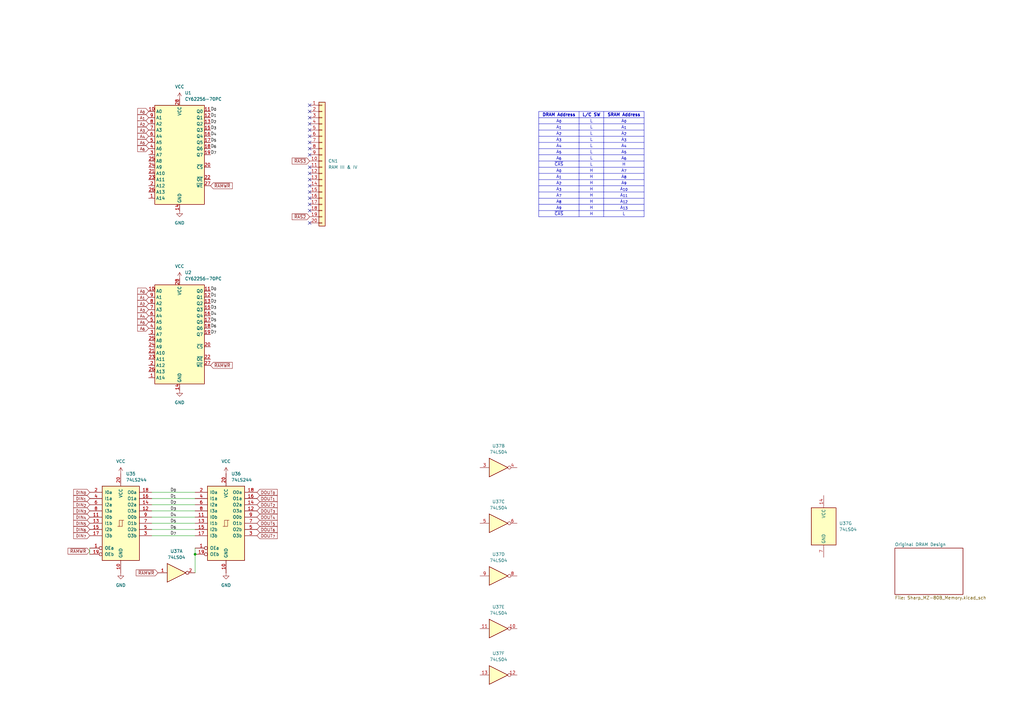
<source format=kicad_sch>
(kicad_sch (version 20250114) (generator "eeschema") (generator_version "9.0")
  (paper "A3")
  (lib_symbols
    (symbol "74xx:74LS04"
      (property "Reference" "U" (at 0 1.27 0))
      (property "Value" "74LS04" (at 0 -1.27 0))
      (symbol "74LS04_1_0"
        (polyline (pts (xy -3.81 3.81) (xy -3.81 -3.81) (xy 3.81 0) (xy -3.81 3.81)) (stroke (width 0.254)) (fill (type background)))
        (pin input line (at -7.62 0 0) (length 3.81) (name "~") (number "1"))
        (pin output inverted (at 7.62 0 180) (length 3.81) (name "~") (number "2"))
      )
      (symbol "74LS04_2_0"
        (polyline (pts (xy -3.81 3.81) (xy -3.81 -3.81) (xy 3.81 0) (xy -3.81 3.81)) (stroke (width 0.254)) (fill (type background)))
        (pin input line (at -7.62 0 0) (length 3.81) (name "~") (number "3"))
        (pin output inverted (at 7.62 0 180) (length 3.81) (name "~") (number "4"))
      )
      (symbol "74LS04_3_0"
        (polyline (pts (xy -3.81 3.81) (xy -3.81 -3.81) (xy 3.81 0) (xy -3.81 3.81)) (stroke (width 0.254)) (fill (type background)))
        (pin input line (at -7.62 0 0) (length 3.81) (name "~") (number "5"))
        (pin output inverted (at 7.62 0 180) (length 3.81) (name "~") (number "6"))
      )
      (symbol "74LS04_4_0"
        (polyline (pts (xy -3.81 3.81) (xy -3.81 -3.81) (xy 3.81 0) (xy -3.81 3.81)) (stroke (width 0.254)) (fill (type background)))
        (pin input line (at -7.62 0 0) (length 3.81) (name "~") (number "9"))
        (pin output inverted (at 7.62 0 180) (length 3.81) (name "~") (number "8"))
      )
      (symbol "74LS04_5_0"
        (polyline (pts (xy -3.81 3.81) (xy -3.81 -3.81) (xy 3.81 0) (xy -3.81 3.81)) (stroke (width 0.254)) (fill (type background)))
        (pin input line (at -7.62 0 0) (length 3.81) (name "~") (number "11"))
        (pin output inverted (at 7.62 0 180) (length 3.81) (name "~") (number "10"))
      )
      (symbol "74LS04_6_0"
        (polyline (pts (xy -3.81 3.81) (xy -3.81 -3.81) (xy 3.81 0) (xy -3.81 3.81)) (stroke (width 0.254)) (fill (type background)))
        (pin input line (at -7.62 0 0) (length 3.81) (name "~") (number "13"))
        (pin output inverted (at 7.62 0 180) (length 3.81) (name "~") (number "12"))
      )
      (symbol "74LS04_7_0"
        (pin power_in line (at 0 12.7 270) (length 5.08) (name "VCC") (number "14"))
        (pin power_in line (at 0 -12.7 90) (length 5.08) (name "GND") (number "7"))
      )
      (symbol "74LS04_7_1"
        (rectangle (start -5.08 7.62) (end 5.08 -7.62) (stroke (width 0.254)) (fill (type background)))
      )
    )
    (symbol "74xx:74LS244" (pin_names (offset 1.016))
      (property "Reference" "U" (at -7.62 16.51 0))
      (property "Value" "74LS244" (at -7.62 -16.51 0))
      (symbol "74LS244_1_0"
        (polyline (pts (xy -1.27 -1.27) (xy 0.635 -1.27) (xy 0.635 1.27) (xy 1.27 1.27)))
        (polyline (pts (xy -0.635 -1.27) (xy -0.635 1.27) (xy 0.635 1.27)))
        (pin input line (at -12.7 12.7 0) (length 5.08) (name "I0a") (number "2"))
        (pin input line (at -12.7 10.16 0) (length 5.08) (name "I1a") (number "4"))
        (pin input line (at -12.7 7.62 0) (length 5.08) (name "I2a") (number "6"))
        (pin input line (at -12.7 5.08 0) (length 5.08) (name "I3a") (number "8"))
        (pin input line (at -12.7 2.54 0) (length 5.08) (name "I0b") (number "11"))
        (pin input line (at -12.7 0 0) (length 5.08) (name "I1b") (number "13"))
        (pin input line (at -12.7 -2.54 0) (length 5.08) (name "I2b") (number "15"))
        (pin input line (at -12.7 -5.08 0) (length 5.08) (name "I3b") (number "17"))
        (pin input inverted (at -12.7 -10.16 0) (length 5.08) (name "OEa") (number "1"))
        (pin input inverted (at -12.7 -12.7 0) (length 5.08) (name "OEb") (number "19"))
        (pin power_in line (at 0 20.32 270) (length 5.08) (name "VCC") (number "20"))
        (pin power_in line (at 0 -20.32 90) (length 5.08) (name "GND") (number "10"))
        (pin tri_state line (at 12.7 12.7 180) (length 5.08) (name "O0a") (number "18"))
        (pin tri_state line (at 12.7 10.16 180) (length 5.08) (name "O1a") (number "16"))
        (pin tri_state line (at 12.7 7.62 180) (length 5.08) (name "O2a") (number "14"))
        (pin tri_state line (at 12.7 5.08 180) (length 5.08) (name "O3a") (number "12"))
        (pin tri_state line (at 12.7 2.54 180) (length 5.08) (name "O0b") (number "9"))
        (pin tri_state line (at 12.7 0 180) (length 5.08) (name "O1b") (number "7"))
        (pin tri_state line (at 12.7 -2.54 180) (length 5.08) (name "O2b") (number "5"))
        (pin tri_state line (at 12.7 -5.08 180) (length 5.08) (name "O3b") (number "3"))
      )
      (symbol "74LS244_1_1"
        (rectangle (start -7.62 15.24) (end 7.62 -15.24) (stroke (width 0.254)) (fill (type background)))
      )
    )
    (symbol "Connector_Generic:Conn_01x20" (pin_names (offset 1.016) (hide yes))
      (property "Reference" "J" (at 0 25.4 0))
      (property "Value" "Conn_01x20" (at 0 -27.94 0))
      (symbol "Conn_01x20_1_1"
        (rectangle (start -1.27 24.13) (end 1.27 -26.67) (stroke (width 0.254)) (fill (type background)))
        (rectangle (start -1.27 22.987) (end 0 22.733) (stroke (width 0.1524)))
        (rectangle (start -1.27 20.447) (end 0 20.193) (stroke (width 0.1524)))
        (rectangle (start -1.27 17.907) (end 0 17.653) (stroke (width 0.1524)))
        (rectangle (start -1.27 15.367) (end 0 15.113) (stroke (width 0.1524)))
        (rectangle (start -1.27 12.827) (end 0 12.573) (stroke (width 0.1524)))
        (rectangle (start -1.27 10.287) (end 0 10.033) (stroke (width 0.1524)))
        (rectangle (start -1.27 7.747) (end 0 7.493) (stroke (width 0.1524)))
        (rectangle (start -1.27 5.207) (end 0 4.953) (stroke (width 0.1524)))
        (rectangle (start -1.27 2.667) (end 0 2.413) (stroke (width 0.1524)))
        (rectangle (start -1.27 0.127) (end 0 -0.127) (stroke (width 0.1524)))
        (rectangle (start -1.27 -2.413) (end 0 -2.667) (stroke (width 0.1524)))
        (rectangle (start -1.27 -4.953) (end 0 -5.207) (stroke (width 0.1524)))
        (rectangle (start -1.27 -7.493) (end 0 -7.747) (stroke (width 0.1524)))
        (rectangle (start -1.27 -10.033) (end 0 -10.287) (stroke (width 0.1524)))
        (rectangle (start -1.27 -12.573) (end 0 -12.827) (stroke (width 0.1524)))
        (rectangle (start -1.27 -15.113) (end 0 -15.367) (stroke (width 0.1524)))
        (rectangle (start -1.27 -17.653) (end 0 -17.907) (stroke (width 0.1524)))
        (rectangle (start -1.27 -20.193) (end 0 -20.447) (stroke (width 0.1524)))
        (rectangle (start -1.27 -22.733) (end 0 -22.987) (stroke (width 0.1524)))
        (rectangle (start -1.27 -25.273) (end 0 -25.527) (stroke (width 0.1524)))
        (pin passive line (at -5.08 22.86 0) (length 3.81) (name "Pin_1") (number "1"))
        (pin passive line (at -5.08 20.32 0) (length 3.81) (name "Pin_2") (number "2"))
        (pin passive line (at -5.08 17.78 0) (length 3.81) (name "Pin_3") (number "3"))
        (pin passive line (at -5.08 15.24 0) (length 3.81) (name "Pin_4") (number "4"))
        (pin passive line (at -5.08 12.7 0) (length 3.81) (name "Pin_5") (number "5"))
        (pin passive line (at -5.08 10.16 0) (length 3.81) (name "Pin_6") (number "6"))
        (pin passive line (at -5.08 7.62 0) (length 3.81) (name "Pin_7") (number "7"))
        (pin passive line (at -5.08 5.08 0) (length 3.81) (name "Pin_8") (number "8"))
        (pin passive line (at -5.08 2.54 0) (length 3.81) (name "Pin_9") (number "9"))
        (pin passive line (at -5.08 0 0) (length 3.81) (name "Pin_10") (number "10"))
        (pin passive line (at -5.08 -2.54 0) (length 3.81) (name "Pin_11") (number "11"))
        (pin passive line (at -5.08 -5.08 0) (length 3.81) (name "Pin_12") (number "12"))
        (pin passive line (at -5.08 -7.62 0) (length 3.81) (name "Pin_13") (number "13"))
        (pin passive line (at -5.08 -10.16 0) (length 3.81) (name "Pin_14") (number "14"))
        (pin passive line (at -5.08 -12.7 0) (length 3.81) (name "Pin_15") (number "15"))
        (pin passive line (at -5.08 -15.24 0) (length 3.81) (name "Pin_16") (number "16"))
        (pin passive line (at -5.08 -17.78 0) (length 3.81) (name "Pin_17") (number "17"))
        (pin passive line (at -5.08 -20.32 0) (length 3.81) (name "Pin_18") (number "18"))
        (pin passive line (at -5.08 -22.86 0) (length 3.81) (name "Pin_19") (number "19"))
        (pin passive line (at -5.08 -25.4 0) (length 3.81) (name "Pin_20") (number "20"))
      )
    )
    (symbol "Memory_RAM:CY62256-70PC"
      (property "Reference" "U" (at -10.16 20.955 0))
      (property "Value" "CY62256-70PC" (at 2.54 20.955 0))
      (symbol "CY62256-70PC_0_0"
        (pin power_in line (at 0 22.86 270) (length 2.54) (name "VCC") (number "28"))
        (pin power_in line (at 0 -22.86 90) (length 2.54) (name "GND") (number "14"))
      )
      (symbol "CY62256-70PC_0_1"
        (rectangle (start -10.16 20.32) (end 10.16 -20.32) (stroke (width 0.254)) (fill (type background)))
      )
      (symbol "CY62256-70PC_1_1"
        (pin input line (at -12.7 17.78 0) (length 2.54) (name "A0") (number "10"))
        (pin input line (at -12.7 15.24 0) (length 2.54) (name "A1") (number "9"))
        (pin input line (at -12.7 12.7 0) (length 2.54) (name "A2") (number "8"))
        (pin input line (at -12.7 10.16 0) (length 2.54) (name "A3") (number "7"))
        (pin input line (at -12.7 7.62 0) (length 2.54) (name "A4") (number "6"))
        (pin input line (at -12.7 5.08 0) (length 2.54) (name "A5") (number "5"))
        (pin input line (at -12.7 2.54 0) (length 2.54) (name "A6") (number "4"))
        (pin input line (at -12.7 0 0) (length 2.54) (name "A7") (number "3"))
        (pin input line (at -12.7 -2.54 0) (length 2.54) (name "A8") (number "25"))
        (pin input line (at -12.7 -5.08 0) (length 2.54) (name "A9") (number "24"))
        (pin input line (at -12.7 -7.62 0) (length 2.54) (name "A10") (number "21"))
        (pin input line (at -12.7 -10.16 0) (length 2.54) (name "A11") (number "23"))
        (pin input line (at -12.7 -12.7 0) (length 2.54) (name "A12") (number "2"))
        (pin input line (at -12.7 -15.24 0) (length 2.54) (name "A13") (number "26"))
        (pin input line (at -12.7 -17.78 0) (length 2.54) (name "A14") (number "1"))
        (pin tri_state line (at 12.7 17.78 180) (length 2.54) (name "Q0") (number "11"))
        (pin tri_state line (at 12.7 15.24 180) (length 2.54) (name "Q1") (number "12"))
        (pin tri_state line (at 12.7 12.7 180) (length 2.54) (name "Q2") (number "13"))
        (pin tri_state line (at 12.7 10.16 180) (length 2.54) (name "Q3") (number "15"))
        (pin tri_state line (at 12.7 7.62 180) (length 2.54) (name "Q4") (number "16"))
        (pin tri_state line (at 12.7 5.08 180) (length 2.54) (name "Q5") (number "17"))
        (pin tri_state line (at 12.7 2.54 180) (length 2.54) (name "Q6") (number "18"))
        (pin tri_state line (at 12.7 0 180) (length 2.54) (name "Q7") (number "19"))
        (pin input line (at 12.7 -5.08 180) (length 2.54) (name "~{CS}") (number "20"))
        (pin input line (at 12.7 -10.16 180) (length 2.54) (name "~{OE}") (number "22"))
        (pin input line (at 12.7 -12.7 180) (length 2.54) (name "~{WE}") (number "27"))
      )
    )
    (symbol "power:GND" (power) (pin_numbers (hide yes)) (pin_names (offset 0) (hide yes))
      (property "Value" "GND" (at 0 -3.81 0))
      (symbol "GND_0_1"
        (polyline (pts (xy 0 0) (xy 0 -1.27) (xy 1.27 -1.27) (xy 0 -2.54) (xy -1.27 -1.27) (xy 0 -1.27)))
      )
      (symbol "GND_1_1"
        (pin power_in line (at 0 0 270) (length 0) (name "~") (number "1"))
      )
    )
    (symbol "power:VCC" (power) (pin_numbers (hide yes)) (pin_names (offset 0) (hide yes))
      (property "Value" "VCC" (at 0 3.556 0))
      (symbol "VCC_0_1"
        (polyline (pts (xy -0.762 1.27) (xy 0 2.54)))
        (polyline (pts (xy 0 2.54) (xy 0.762 1.27)))
        (polyline (pts (xy 0 0) (xy 0 2.54)))
      )
      (symbol "VCC_1_1"
        (pin power_in line (at 0 0 90) (length 0) (name "~") (number "1"))
      )
    )
  )
  (junction (at 80.01 227.33))
  (no_connect (at 127 43.18))
  (no_connect (at 127 76.2))
  (no_connect (at 127 45.72))
  (no_connect (at 127 60.96))
  (no_connect (at 127 91.44))
  (no_connect (at 127 83.82))
  (no_connect (at 127 50.8))
  (no_connect (at 127 63.5))
  (no_connect (at 127 55.88))
  (no_connect (at 127 73.66))
  (no_connect (at 127 78.74))
  (no_connect (at 127 81.28))
  (no_connect (at 127 48.26))
  (no_connect (at 127 86.36))
  (no_connect (at 127 53.34))
  (no_connect (at 127 71.12))
  (no_connect (at 127 68.58))
  (no_connect (at 127 58.42))
  (wire (pts (xy 80.01 207.01) (xy 62.23 207.01)))
  (wire (pts (xy 80.01 224.79) (xy 80.01 227.33)))
  (wire (pts (xy 80.01 212.09) (xy 62.23 212.09)))
  (wire (pts (xy 80.01 209.55) (xy 62.23 209.55)))
  (wire (pts (xy 80.01 217.17) (xy 62.23 217.17)))
  (wire (pts (xy 80.01 201.93) (xy 62.23 201.93)))
  (wire (pts (xy 80.01 219.71) (xy 62.23 219.71)))
  (wire (pts (xy 80.01 214.63) (xy 62.23 214.63)))
  (wire (pts (xy 36.83 224.79) (xy 36.83 227.33)))
  (wire (pts (xy 80.01 204.47) (xy 62.23 204.47)))
  (wire (pts (xy 80.01 227.33) (xy 80.01 234.95)))
  (table (column_count 3) (border (external yes) (header yes)) (separators (rows yes) (cols yes)) (column_widths 16.51 10.16 16.51) (row_heights 2.54 2.54 2.54 2.54 2.54 2.54 2.54 2.54 2.54 2.54 2.54 2.54 2.54 2.54 2.54 2.54 2.54) (cells (table_cell "DRAM Address" (at 220.98 45.72 0) (size 16.51 2.54) (margins 0.9525 0.9525 0.9525 0.9525) (span 1 1)) (table_cell "L/C SW" (at 237.49 45.72 0) (size 10.16 2.54) (margins 0.9525 0.9525 0.9525 0.9525) (span 1 1)) (table_cell "SRAM Address" (at 247.65 45.72 0) (size 16.51 2.54) (margins 0.9525 0.9525 0.9525 0.9525) (span 1 1)) (table_cell "A_{0}" (at 220.98 48.26 0) (size 16.51 2.54) (margins 0.9525 0.9525 0.9525 0.9525) (span 1 1)) (table_cell "L" (at 237.49 48.26 0) (size 10.16 2.54) (margins 0.9525 0.9525 0.9525 0.9525) (span 1 1)) (table_cell "A_{0}" (at 247.65 48.26 0) (size 16.51 2.54) (margins 0.9525 0.9525 0.9525 0.9525) (span 1 1)) (table_cell "A_{1}" (at 220.98 50.8 0) (size 16.51 2.54) (margins 0.9525 0.9525 0.9525 0.9525) (span 1 1)) (table_cell "L" (at 237.49 50.8 0) (size 10.16 2.54) (margins 0.9525 0.9525 0.9525 0.9525) (span 1 1)) (table_cell "A_{1}" (at 247.65 50.8 0) (size 16.51 2.54) (margins 0.9525 0.9525 0.9525 0.9525) (span 1 1)) (table_cell "A_{2}" (at 220.98 53.34 0) (size 16.51 2.54) (margins 0.9525 0.9525 0.9525 0.9525) (span 1 1)) (table_cell "L" (at 237.49 53.34 0) (size 10.16 2.54) (margins 0.9525 0.9525 0.9525 0.9525) (span 1 1)) (table_cell "A_{2}" (at 247.65 53.34 0) (size 16.51 2.54) (margins 0.9525 0.9525 0.9525 0.9525) (span 1 1)) (table_cell "A_{3}" (at 220.98 55.88 0) (size 16.51 2.54) (margins 0.9525 0.9525 0.9525 0.9525) (span 1 1)) (table_cell "L" (at 237.49 55.88 0) (size 10.16 2.54) (margins 0.9525 0.9525 0.9525 0.9525) (span 1 1)) (table_cell "A_{3}" (at 247.65 55.88 0) (size 16.51 2.54) (margins 0.9525 0.9525 0.9525 0.9525) (span 1 1)) (table_cell "A_{4}" (at 220.98 58.42 0) (size 16.51 2.54) (margins 0.9525 0.9525 0.9525 0.9525) (span 1 1)) (table_cell "L" (at 237.49 58.42 0) (size 10.16 2.54) (margins 0.9525 0.9525 0.9525 0.9525) (span 1 1)) (table_cell "A_{4}" (at 247.65 58.42 0) (size 16.51 2.54) (margins 0.9525 0.9525 0.9525 0.9525) (span 1 1)) (table_cell "A_{5}" (at 220.98 60.96 0) (size 16.51 2.54) (margins 0.9525 0.9525 0.9525 0.9525) (span 1 1)) (table_cell "L" (at 237.49 60.96 0) (size 10.16 2.54) (margins 0.9525 0.9525 0.9525 0.9525) (span 1 1)) (table_cell "A_{5}" (at 247.65 60.96 0) (size 16.51 2.54) (margins 0.9525 0.9525 0.9525 0.9525) (span 1 1)) (table_cell "A_{6}" (at 220.98 63.5 0) (size 16.51 2.54) (margins 0.9525 0.9525 0.9525 0.9525) (span 1 1)) (table_cell "L" (at 237.49 63.5 0) (size 10.16 2.54) (margins 0.9525 0.9525 0.9525 0.9525) (span 1 1)) (table_cell "A_{6}" (at 247.65 63.5 0) (size 16.51 2.54) (margins 0.9525 0.9525 0.9525 0.9525) (span 1 1)) (table_cell "~{CAS}" (at 220.98 66.04 0) (size 16.51 2.54) (margins 0.9525 0.9525 0.9525 0.9525) (span 1 1)) (table_cell "L" (at 237.49 66.04 0) (size 10.16 2.54) (margins 0.9525 0.9525 0.9525 0.9525) (span 1 1)) (table_cell "H" (at 247.65 66.04 0) (size 16.51 2.54) (margins 0.9525 0.9525 0.9525 0.9525) (span 1 1)) (table_cell "A_{0}" (at 220.98 68.58 0) (size 16.51 2.54) (margins 0.9525 0.9525 0.9525 0.9525) (span 1 1)) (table_cell "H" (at 237.49 68.58 0) (size 10.16 2.54) (margins 0.9525 0.9525 0.9525 0.9525) (span 1 1)) (table_cell "A_{7}" (at 247.65 68.58 0) (size 16.51 2.54) (margins 0.9525 0.9525 0.9525 0.9525) (span 1 1)) (table_cell "A_{1}" (at 220.98 71.12 0) (size 16.51 2.54) (margins 0.9525 0.9525 0.9525 0.9525) (span 1 1)) (table_cell "H" (at 237.49 71.12 0) (size 10.16 2.54) (margins 0.9525 0.9525 0.9525 0.9525) (span 1 1)) (table_cell "A_{8}" (at 247.65 71.12 0) (size 16.51 2.54) (margins 0.9525 0.9525 0.9525 0.9525) (span 1 1)) (table_cell "A_{2}" (at 220.98 73.66 0) (size 16.51 2.54) (margins 0.9525 0.9525 0.9525 0.9525) (span 1 1)) (table_cell "H" (at 237.49 73.66 0) (size 10.16 2.54) (margins 0.9525 0.9525 0.9525 0.9525) (span 1 1)) (table_cell "A_{9}" (at 247.65 73.66 0) (size 16.51 2.54) (margins 0.9525 0.9525 0.9525 0.9525) (span 1 1)) (table_cell "A_{3}" (at 220.98 76.2 0) (size 16.51 2.54) (margins 0.9525 0.9525 0.9525 0.9525) (span 1 1)) (table_cell "H" (at 237.49 76.2 0) (size 10.16 2.54) (margins 0.9525 0.9525 0.9525 0.9525) (span 1 1)) (table_cell "A_{10}" (at 247.65 76.2 0) (size 16.51 2.54) (margins 0.9525 0.9525 0.9525 0.9525) (span 1 1)) (table_cell "A_{7}" (at 220.98 78.74 0) (size 16.51 2.54) (margins 0.9525 0.9525 0.9525 0.9525) (span 1 1)) (table_cell "H" (at 237.49 78.74 0) (size 10.16 2.54) (margins 0.9525 0.9525 0.9525 0.9525) (span 1 1)) (table_cell "A_{11}" (at 247.65 78.74 0) (size 16.51 2.54) (margins 0.9525 0.9525 0.9525 0.9525) (span 1 1)) (table_cell "A_{8}" (at 220.98 81.28 0) (size 16.51 2.54) (margins 0.9525 0.9525 0.9525 0.9525) (span 1 1)) (table_cell "H" (at 237.49 81.28 0) (size 10.16 2.54) (margins 0.9525 0.9525 0.9525 0.9525) (span 1 1)) (table_cell "A_{12}" (at 247.65 81.28 0) (size 16.51 2.54) (margins 0.9525 0.9525 0.9525 0.9525) (span 1 1)) (table_cell "A_{9}" (at 220.98 83.82 0) (size 16.51 2.54) (margins 0.9525 0.9525 0.9525 0.9525) (span 1 1)) (table_cell "H" (at 237.49 83.82 0) (size 10.16 2.54) (margins 0.9525 0.9525 0.9525 0.9525) (span 1 1)) (table_cell "A_{13}" (at 247.65 83.82 0) (size 16.51 2.54) (margins 0.9525 0.9525 0.9525 0.9525) (span 1 1)) (table_cell "~{CAS}" (at 220.98 86.36 0) (size 16.51 2.54) (margins 0.9525 0.9525 0.9525 0.9525) (span 1 1)) (table_cell "H" (at 237.49 86.36 0) (size 10.16 2.54) (margins 0.9525 0.9525 0.9525 0.9525) (span 1 1)) (table_cell "L" (at 247.65 86.36 0) (size 16.51 2.54) (margins 0.9525 0.9525 0.9525 0.9525) (span 1 1))))
  (label "D_{0}" (at 69.85 201.93 0))
  (label "D_{4}" (at 86.36 55.88 0))
  (label "D_{1}" (at 86.36 121.92 0))
  (label "D_{3}" (at 69.85 209.55 0))
  (label "D_{5}" (at 86.36 58.42 0))
  (label "D_{2}" (at 69.85 207.01 0))
  (label "D_{1}" (at 69.85 204.47 0))
  (label "D_{0}" (at 86.36 45.72 0))
  (label "D_{6}" (at 86.36 60.96 0))
  (label "D_{3}" (at 86.36 53.34 0))
  (label "D_{2}" (at 86.36 50.8 0))
  (label "D_{0}" (at 86.36 119.38 0))
  (label "D_{7}" (at 69.85 219.71 0))
  (label "D_{7}" (at 86.36 63.5 0))
  (label "D_{4}" (at 69.85 212.09 0))
  (label "D_{6}" (at 69.85 217.17 0))
  (label "D_{1}" (at 86.36 48.26 0))
  (label "D_{5}" (at 86.36 132.08 0))
  (label "D_{7}" (at 86.36 137.16 0))
  (label "D_{2}" (at 86.36 124.46 0))
  (label "D_{5}" (at 69.85 214.63 0))
  (label "D_{3}" (at 86.36 127 0))
  (label "D_{6}" (at 86.36 134.62 0))
  (label "D_{4}" (at 86.36 129.54 0))
  (global_label "DIN_{2}" (shape input) (at 36.83 207.01 180) (property "Intersheetrefs" "${INTERSHEET_REFS}" (effects (hide yes))))
  (global_label "DIN_{6}" (shape input) (at 36.83 217.17 180) (property "Intersheetrefs" "${INTERSHEET_REFS}" (effects (hide yes))))
  (global_label "A_{6}" (shape input) (at 60.96 134.62 180) (property "Intersheetrefs" "${INTERSHEET_REFS}" (effects (hide yes))))
  (global_label "~{RAMWR}" (shape input) (at 36.83 226.06 180) (property "Intersheetrefs" "${INTERSHEET_REFS}" (effects (hide yes))))
  (global_label "DOUT_{1}" (shape input) (at 105.41 204.47 0) (property "Intersheetrefs" "${INTERSHEET_REFS}" (effects (hide yes))))
  (global_label "DIN_{7}" (shape input) (at 36.83 219.71 180) (property "Intersheetrefs" "${INTERSHEET_REFS}" (effects (hide yes))))
  (global_label "A_{2}" (shape input) (at 60.96 124.46 180) (property "Intersheetrefs" "${INTERSHEET_REFS}" (effects (hide yes))))
  (global_label "DOUT_{5}" (shape input) (at 105.41 214.63 0) (property "Intersheetrefs" "${INTERSHEET_REFS}" (effects (hide yes))))
  (global_label "A_{2}" (shape input) (at 60.96 50.8 180) (property "Intersheetrefs" "${INTERSHEET_REFS}" (effects (hide yes))))
  (global_label "A_{4}" (shape input) (at 60.96 129.54 180) (property "Intersheetrefs" "${INTERSHEET_REFS}" (effects (hide yes))))
  (global_label "~{RAMWR}" (shape input) (at 86.36 76.2 0) (property "Intersheetrefs" "${INTERSHEET_REFS}" (effects (hide yes))))
  (global_label "A_{6}" (shape input) (at 60.96 60.96 180) (property "Intersheetrefs" "${INTERSHEET_REFS}" (effects (hide yes))))
  (global_label "DIN_{0}" (shape input) (at 36.83 201.93 180) (property "Intersheetrefs" "${INTERSHEET_REFS}" (effects (hide yes))))
  (global_label "~{RAMWR}" (shape input) (at 86.36 149.86 0) (property "Intersheetrefs" "${INTERSHEET_REFS}" (effects (hide yes))))
  (global_label "DIN_{5}" (shape input) (at 36.83 214.63 180) (property "Intersheetrefs" "${INTERSHEET_REFS}" (effects (hide yes))))
  (global_label "DOUT_{4}" (shape input) (at 105.41 212.09 0) (property "Intersheetrefs" "${INTERSHEET_REFS}" (effects (hide yes))))
  (global_label "~{RAMWR}" (shape input) (at 64.77 234.95 180) (property "Intersheetrefs" "${INTERSHEET_REFS}" (effects (hide yes))))
  (global_label "A_{1}" (shape input) (at 60.96 121.92 180) (property "Intersheetrefs" "${INTERSHEET_REFS}" (effects (hide yes))))
  (global_label "A_{0}" (shape input) (at 60.96 45.72 180) (property "Intersheetrefs" "${INTERSHEET_REFS}" (effects (hide yes))))
  (global_label "A_{5}" (shape input) (at 60.96 132.08 180) (property "Intersheetrefs" "${INTERSHEET_REFS}" (effects (hide yes))))
  (global_label "DOUT_{6}" (shape input) (at 105.41 217.17 0) (property "Intersheetrefs" "${INTERSHEET_REFS}" (effects (hide yes))))
  (global_label "A_{3}" (shape input) (at 60.96 53.34 180) (property "Intersheetrefs" "${INTERSHEET_REFS}" (effects (hide yes))))
  (global_label "DOUT_{0}" (shape input) (at 105.41 201.93 0) (property "Intersheetrefs" "${INTERSHEET_REFS}" (effects (hide yes))))
  (global_label "A_{5}" (shape input) (at 60.96 58.42 180) (property "Intersheetrefs" "${INTERSHEET_REFS}" (effects (hide yes))))
  (global_label "A_{0}" (shape input) (at 60.96 119.38 180) (property "Intersheetrefs" "${INTERSHEET_REFS}" (effects (hide yes))))
  (global_label "DOUT_{2}" (shape input) (at 105.41 207.01 0) (property "Intersheetrefs" "${INTERSHEET_REFS}" (effects (hide yes))))
  (global_label "DIN_{4}" (shape input) (at 36.83 212.09 180) (property "Intersheetrefs" "${INTERSHEET_REFS}" (effects (hide yes))))
  (global_label "~{RAS2}" (shape input) (at 127 88.9 180) (property "Intersheetrefs" "${INTERSHEET_REFS}" (effects (hide yes))))
  (global_label "A_{1}" (shape input) (at 60.96 48.26 180) (property "Intersheetrefs" "${INTERSHEET_REFS}" (effects (hide yes))))
  (global_label "~{RAS3}" (shape input) (at 127 66.04 180) (property "Intersheetrefs" "${INTERSHEET_REFS}" (effects (hide yes))))
  (global_label "DIN_{3}" (shape input) (at 36.83 209.55 180) (property "Intersheetrefs" "${INTERSHEET_REFS}" (effects (hide yes))))
  (global_label "DOUT_{3}" (shape input) (at 105.41 209.55 0) (property "Intersheetrefs" "${INTERSHEET_REFS}" (effects (hide yes))))
  (global_label "DOUT_{7}" (shape input) (at 105.41 219.71 0) (property "Intersheetrefs" "${INTERSHEET_REFS}" (effects (hide yes))))
  (global_label "A_{4}" (shape input) (at 60.96 55.88 180) (property "Intersheetrefs" "${INTERSHEET_REFS}" (effects (hide yes))))
  (global_label "DIN_{1}" (shape input) (at 36.83 204.47 180) (property "Intersheetrefs" "${INTERSHEET_REFS}" (effects (hide yes))))
  (global_label "A_{3}" (shape input) (at 60.96 127 180) (property "Intersheetrefs" "${INTERSHEET_REFS}" (effects (hide yes))))
  (symbol (lib_id "power:GND") (at 92.71 234.95 0) (unit 1)
    (property "Reference" "#PWR075" (effects (hide yes)))
    (property "Value" "GND" (at 92.71 240.03 0))
    (property "Description" "Power symbol creates a global label with name \"GND\" , ground" (effects (hide yes)))
  )
  (symbol (lib_id "power:GND") (at 73.66 86.36 0) (unit 1)
    (property "Reference" "#PWR07" (effects (hide yes)))
    (property "Value" "GND" (at 73.66 91.44 0))
    (property "Description" "Power symbol creates a global label with name \"GND\" , ground" (effects (hide yes)))
  )
  (symbol (lib_id "Memory_RAM:CY62256-70PC") (at 73.66 137.16 0) (unit 1)
    (property "Reference" "U2" (at 75.8033 111.76 0) (effects (justify left)))
    (property "Value" "CY62256-70PC" (at 75.8033 114.3 0) (effects (justify left)))
    (property "Footprint" "Package_DIP:DIP-28_W15.24mm" (effects (hide yes)))
    (property "Datasheet" "https://ecee.colorado.edu/~mcclurel/Cypress_SRAM_CY62256.pdf" (effects (hide yes)))
    (property "Description" "256K (32K x 8) Static RAM, 70ns, DIP-28" (effects (hide yes)))
  )
  (symbol (lib_id "power:VCC") (at 73.66 114.3 0) (unit 1)
    (property "Reference" "#PWR06" (effects (hide yes)))
    (property "Value" "VCC" (at 73.66 109.22 0))
    (property "Description" "Power symbol creates a global label with name \"VCC\"" (effects (hide yes)))
  )
  (symbol (lib_id "74xx:74LS04") (at 72.39 234.95 0) (unit 1)
    (property "Reference" "U37" (at 72.39 226.06 0))
    (property "Value" "74LS04" (at 72.39 228.6 0))
    (property "Datasheet" "http://www.ti.com/lit/gpn/sn74LS04" (effects (hide yes)))
    (property "Description" "Hex Inverter" (effects (hide yes)))
  )
  (symbol (lib_id "power:GND") (at 73.66 160.02 0) (unit 1)
    (property "Reference" "#PWR08" (effects (hide yes)))
    (property "Value" "GND" (at 73.66 165.1 0))
    (property "Description" "Power symbol creates a global label with name \"GND\" , ground" (effects (hide yes)))
  )
  (symbol (lib_id "74xx:74LS04") (at 204.47 276.86 0) (unit 6)
    (property "Reference" "U37" (at 204.47 267.97 0))
    (property "Value" "74LS04" (at 204.47 270.51 0))
    (property "Datasheet" "http://www.ti.com/lit/gpn/sn74LS04" (effects (hide yes)))
    (property "Description" "Hex Inverter" (effects (hide yes)))
  )
  (symbol (lib_id "power:GND") (at 49.53 234.95 0) (unit 1)
    (property "Reference" "#PWR074" (effects (hide yes)))
    (property "Value" "GND" (at 49.53 240.03 0))
    (property "Description" "Power symbol creates a global label with name \"GND\" , ground" (effects (hide yes)))
  )
  (symbol (lib_id "74xx:74LS244") (at 49.53 214.63 0) (unit 1)
    (property "Reference" "U35" (at 51.6733 194.31 0) (effects (justify left)))
    (property "Value" "74LS244" (at 51.6733 196.85 0) (effects (justify left)))
    (property "Datasheet" "http://www.ti.com/lit/ds/symlink/sn74ls244.pdf" (effects (hide yes)))
    (property "Description" "Octal Buffer and Line Driver With 3-State Output, active-low enables, non-inverting outputs" (effects (hide yes)))
  )
  (symbol (lib_id "power:VCC") (at 49.53 194.31 0) (unit 1)
    (property "Reference" "#PWR072" (effects (hide yes)))
    (property "Value" "VCC" (at 49.53 189.23 0))
    (property "Description" "Power symbol creates a global label with name \"VCC\"" (effects (hide yes)))
  )
  (symbol (lib_id "Memory_RAM:CY62256-70PC") (at 73.66 63.5 0) (unit 1)
    (property "Reference" "U1" (at 75.8033 38.1 0) (effects (justify left)))
    (property "Value" "CY62256-70PC" (at 75.8033 40.64 0) (effects (justify left)))
    (property "Footprint" "Package_DIP:DIP-28_W15.24mm" (effects (hide yes)))
    (property "Datasheet" "https://ecee.colorado.edu/~mcclurel/Cypress_SRAM_CY62256.pdf" (effects (hide yes)))
    (property "Description" "256K (32K x 8) Static RAM, 70ns, DIP-28" (effects (hide yes)))
  )
  (symbol (lib_id "power:VCC") (at 73.66 40.64 0) (unit 1)
    (property "Reference" "#PWR05" (effects (hide yes)))
    (property "Value" "VCC" (at 73.66 35.56 0))
    (property "Description" "Power symbol creates a global label with name \"VCC\"" (effects (hide yes)))
  )
  (symbol (lib_id "Connector_Generic:Conn_01x20") (at 132.08 66.04 0) (unit 1)
    (property "Reference" "CN1" (at 134.62 66.0399 0) (effects (justify left)))
    (property "Value" "RAM III & IV" (at 134.62 68.5799 0) (effects (justify left)))
    (property "Description" "Generic connector, single row, 01x20, script generated (kicad-library-utils/schlib/autogen/connector/)" (effects (hide yes)))
  )
  (symbol (lib_id "74xx:74LS04") (at 204.47 214.63 0) (unit 3)
    (property "Reference" "U37" (at 204.47 205.74 0))
    (property "Value" "74LS04" (at 204.47 208.28 0))
    (property "Datasheet" "http://www.ti.com/lit/gpn/sn74LS04" (effects (hide yes)))
    (property "Description" "Hex Inverter" (effects (hide yes)))
  )
  (symbol (lib_id "74xx:74LS244") (at 92.71 214.63 0) (unit 1)
    (property "Reference" "U36" (at 94.8533 194.31 0) (effects (justify left)))
    (property "Value" "74LS244" (at 94.8533 196.85 0) (effects (justify left)))
    (property "Datasheet" "http://www.ti.com/lit/ds/symlink/sn74ls244.pdf" (effects (hide yes)))
    (property "Description" "Octal Buffer and Line Driver With 3-State Output, active-low enables, non-inverting outputs" (effects (hide yes)))
  )
  (symbol (lib_id "74xx:74LS04") (at 204.47 236.22 0) (unit 4)
    (property "Reference" "U37" (at 204.47 227.33 0))
    (property "Value" "74LS04" (at 204.47 229.87 0))
    (property "Datasheet" "http://www.ti.com/lit/gpn/sn74LS04" (effects (hide yes)))
    (property "Description" "Hex Inverter" (effects (hide yes)))
  )
  (symbol (lib_id "power:VCC") (at 92.71 194.31 0) (unit 1)
    (property "Reference" "#PWR071" (effects (hide yes)))
    (property "Value" "VCC" (at 92.71 189.23 0))
    (property "Description" "Power symbol creates a global label with name \"VCC\"" (effects (hide yes)))
  )
  (symbol (lib_id "74xx:74LS04") (at 337.82 215.9 0) (unit 7)
    (property "Reference" "U37" (at 344.17 214.6299 0) (effects (justify left)))
    (property "Value" "74LS04" (at 344.17 217.1699 0) (effects (justify left)))
    (property "Datasheet" "http://www.ti.com/lit/gpn/sn74LS04" (effects (hide yes)))
    (property "Description" "Hex Inverter" (effects (hide yes)))
  )
  (symbol (lib_id "74xx:74LS04") (at 204.47 191.77 0) (unit 2)
    (property "Reference" "U37" (at 204.47 182.88 0))
    (property "Value" "74LS04" (at 204.47 185.42 0))
    (property "Datasheet" "http://www.ti.com/lit/gpn/sn74LS04" (effects (hide yes)))
    (property "Description" "Hex Inverter" (effects (hide yes)))
  )
  (symbol (lib_id "74xx:74LS04") (at 204.47 257.81 0) (unit 5)
    (property "Reference" "U37" (at 204.47 248.92 0))
    (property "Value" "74LS04" (at 204.47 251.46 0))
    (property "Datasheet" "http://www.ti.com/lit/gpn/sn74LS04" (effects (hide yes)))
    (property "Description" "Hex Inverter" (effects (hide yes)))
  )
  (sheet (at 367.03 224.79) (size 27.94 19.05) (stroke (width 0.1524))
    (property "Sheetname" "Original DRAM Design" (at 367.03 224.0784 0) (effects (justify left bottom)))
    (property "Sheetfile" "Sharp_MZ-80B_Memory.kicad_sch" (at 367.03 244.4246 0) (effects (justify left top)))
  )
)
</source>
